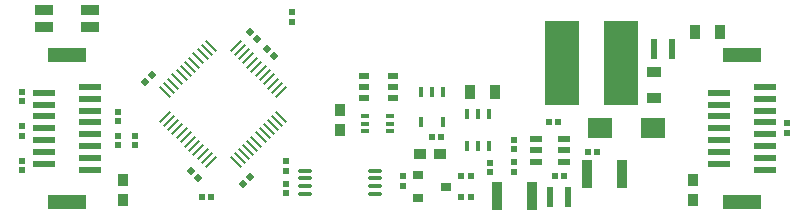
<source format=gtp>
G04*
G04 #@! TF.GenerationSoftware,Altium Limited,Altium Designer,19.1.5 (86)*
G04*
G04 Layer_Color=8421504*
%FSLAX25Y25*%
%MOIN*%
G70*
G01*
G75*
%ADD17R,0.03537X0.09442*%
%ADD18R,0.07868X0.06884*%
%ADD19R,0.11411X0.27947*%
%ADD20R,0.02356X0.06687*%
%ADD21R,0.02750X0.01175*%
%ADD22R,0.03600X0.04600*%
%ADD23R,0.03931X0.02159*%
%ADD24R,0.01765X0.03537*%
%ADD25R,0.03537X0.02356*%
G04:AMPARAMS|DCode=26|XSize=7.81mil|YSize=53.09mil|CornerRadius=0mil|HoleSize=0mil|Usage=FLASHONLY|Rotation=225.000|XOffset=0mil|YOffset=0mil|HoleType=Round|Shape=Round|*
%AMOVALD26*
21,1,0.04528,0.00781,0.00000,0.00000,315.0*
1,1,0.00781,-0.01601,0.01601*
1,1,0.00781,0.01601,-0.01601*
%
%ADD26OVALD26*%

G04:AMPARAMS|DCode=27|XSize=7.81mil|YSize=53.09mil|CornerRadius=0mil|HoleSize=0mil|Usage=FLASHONLY|Rotation=135.000|XOffset=0mil|YOffset=0mil|HoleType=Round|Shape=Round|*
%AMOVALD27*
21,1,0.04528,0.00781,0.00000,0.00000,225.0*
1,1,0.00781,0.01601,0.01601*
1,1,0.00781,-0.01601,-0.01601*
%
%ADD27OVALD27*%

%ADD28R,0.07789X0.02356*%
%ADD29R,0.12986X0.04718*%
%ADD30R,0.01962X0.01962*%
%ADD31O,0.05112X0.01372*%
%ADD32R,0.06096X0.03734*%
%ADD33R,0.03931X0.03537*%
%ADD34R,0.03340X0.03143*%
%ADD35R,0.03340X0.03143*%
%ADD36R,0.01962X0.01962*%
%ADD37P,0.02775X4X360.0*%
%ADD38P,0.02775X4X270.0*%
%ADD39R,0.03537X0.03931*%
%ADD40R,0.04600X0.03600*%
D17*
X222094Y146606D02*
D03*
X233906D02*
D03*
X203906Y139500D02*
D03*
X192095D02*
D03*
D18*
X226678Y162117D02*
D03*
X244388D02*
D03*
D19*
X213815Y183606D02*
D03*
X233500D02*
D03*
D20*
X250453Y188500D02*
D03*
X244547D02*
D03*
X215953Y139000D02*
D03*
X210047D02*
D03*
D21*
X148268Y160941D02*
D03*
Y163500D02*
D03*
Y166059D02*
D03*
X156732D02*
D03*
X156732Y163500D02*
D03*
X156732Y160941D02*
D03*
D22*
X183300Y174000D02*
D03*
X191700D02*
D03*
X258300Y194000D02*
D03*
X266700D02*
D03*
D23*
X205276Y158346D02*
D03*
Y154606D02*
D03*
Y150866D02*
D03*
X214724D02*
D03*
Y154606D02*
D03*
Y158346D02*
D03*
D24*
X174240Y174000D02*
D03*
X170500D02*
D03*
X166760D02*
D03*
Y164157D02*
D03*
X174240D02*
D03*
X182260Y166815D02*
D03*
X186000D02*
D03*
X189740D02*
D03*
Y156185D02*
D03*
X186000D02*
D03*
X182260D02*
D03*
D25*
X157449Y179500D02*
D03*
Y175760D02*
D03*
Y172020D02*
D03*
X148000D02*
D03*
Y175760D02*
D03*
Y179500D02*
D03*
D26*
X105106Y150582D02*
D03*
X106498Y151974D02*
D03*
X107890Y153366D02*
D03*
X109282Y154758D02*
D03*
X110674Y156150D02*
D03*
X112066Y157542D02*
D03*
X113458Y158934D02*
D03*
X114850Y160326D02*
D03*
X116242Y161718D02*
D03*
X117634Y163110D02*
D03*
X119026Y164502D02*
D03*
X120418Y165894D02*
D03*
X96894Y189418D02*
D03*
X95502Y188026D02*
D03*
X94110Y186634D02*
D03*
X92718Y185242D02*
D03*
X91326Y183850D02*
D03*
X89934Y182458D02*
D03*
X88542Y181066D02*
D03*
X87150Y179674D02*
D03*
X85758Y178282D02*
D03*
X84366Y176890D02*
D03*
X82974Y175498D02*
D03*
X81582Y174106D02*
D03*
D27*
X120418D02*
D03*
X119026Y175498D02*
D03*
X117634Y176890D02*
D03*
X116242Y178282D02*
D03*
X114850Y179674D02*
D03*
X113458Y181066D02*
D03*
X112066Y182458D02*
D03*
X110674Y183850D02*
D03*
X109282Y185242D02*
D03*
X107890Y186634D02*
D03*
X106498Y188026D02*
D03*
X105106Y189418D02*
D03*
X81582Y165894D02*
D03*
X82974Y164502D02*
D03*
X84366Y163110D02*
D03*
X85758Y161718D02*
D03*
X87150Y160326D02*
D03*
X88542Y158934D02*
D03*
X89934Y157542D02*
D03*
X91326Y156150D02*
D03*
X92718Y154758D02*
D03*
X94110Y153366D02*
D03*
X95502Y151974D02*
D03*
X96894Y150582D02*
D03*
D28*
X266283Y154095D02*
D03*
X281716Y152126D02*
D03*
X266283Y150157D02*
D03*
X281716Y148189D02*
D03*
Y156063D02*
D03*
X266283Y158031D02*
D03*
X281716Y160000D02*
D03*
X266283Y161969D02*
D03*
X281716Y163937D02*
D03*
X266283Y165905D02*
D03*
X281716Y167874D02*
D03*
X266283Y169843D02*
D03*
X281716Y171811D02*
D03*
X266283Y173779D02*
D03*
X281716Y175748D02*
D03*
X41284Y154095D02*
D03*
X56717Y152126D02*
D03*
X41284Y150157D02*
D03*
X56717Y148189D02*
D03*
Y156063D02*
D03*
X41284Y158031D02*
D03*
X56717Y160000D02*
D03*
X41284Y161969D02*
D03*
X56717Y163937D02*
D03*
X41284Y165905D02*
D03*
X56717Y167874D02*
D03*
X41284Y169843D02*
D03*
X56717Y171811D02*
D03*
X41284Y173779D02*
D03*
X56717Y175748D02*
D03*
D29*
X274000Y186406D02*
D03*
Y137531D02*
D03*
X49000Y186406D02*
D03*
Y137531D02*
D03*
D30*
X97000Y139000D02*
D03*
X93803D02*
D03*
X209500Y164106D02*
D03*
X212697D02*
D03*
X170500Y159000D02*
D03*
X173697D02*
D03*
X225697Y154106D02*
D03*
X222500D02*
D03*
X214697Y146106D02*
D03*
X211500D02*
D03*
X183500Y146000D02*
D03*
X180303D02*
D03*
X183500Y139000D02*
D03*
X180303D02*
D03*
D31*
X151614Y140161D02*
D03*
X151614Y142720D02*
D03*
X151614Y145280D02*
D03*
Y147839D02*
D03*
X128386Y140161D02*
D03*
Y142720D02*
D03*
Y145280D02*
D03*
Y147839D02*
D03*
D32*
X56579Y195646D02*
D03*
X41421D02*
D03*
X56579Y201354D02*
D03*
X41421D02*
D03*
D33*
X166654Y153500D02*
D03*
X173346D02*
D03*
D34*
X165874Y146240D02*
D03*
X175126Y142500D02*
D03*
D35*
X165874Y138760D02*
D03*
D36*
X161000Y146000D02*
D03*
Y142803D02*
D03*
X198000Y150606D02*
D03*
Y147409D02*
D03*
Y158197D02*
D03*
Y155000D02*
D03*
X124000Y197500D02*
D03*
Y200697D02*
D03*
X34000Y159500D02*
D03*
Y162697D02*
D03*
X71500Y156303D02*
D03*
Y159500D02*
D03*
X34000Y174197D02*
D03*
Y171000D02*
D03*
X66000Y164303D02*
D03*
Y167500D02*
D03*
X34000Y148000D02*
D03*
Y151197D02*
D03*
X66000Y159500D02*
D03*
Y156303D02*
D03*
X122000Y140303D02*
D03*
Y143500D02*
D03*
X289000Y160500D02*
D03*
Y163697D02*
D03*
X122000Y147803D02*
D03*
Y151000D02*
D03*
X190000Y147303D02*
D03*
Y150500D02*
D03*
D37*
X118000Y186000D02*
D03*
X115740Y188260D02*
D03*
X90240Y147760D02*
D03*
X92500Y145500D02*
D03*
X112260Y191739D02*
D03*
X110000Y194000D02*
D03*
D38*
X107500Y143500D02*
D03*
X109760Y145761D02*
D03*
X75000Y177500D02*
D03*
X77261Y179761D02*
D03*
D39*
X140000Y168193D02*
D03*
Y161500D02*
D03*
X257500Y144846D02*
D03*
Y138154D02*
D03*
X67500Y138154D02*
D03*
Y144846D02*
D03*
D40*
X244500Y180606D02*
D03*
Y172206D02*
D03*
M02*

</source>
